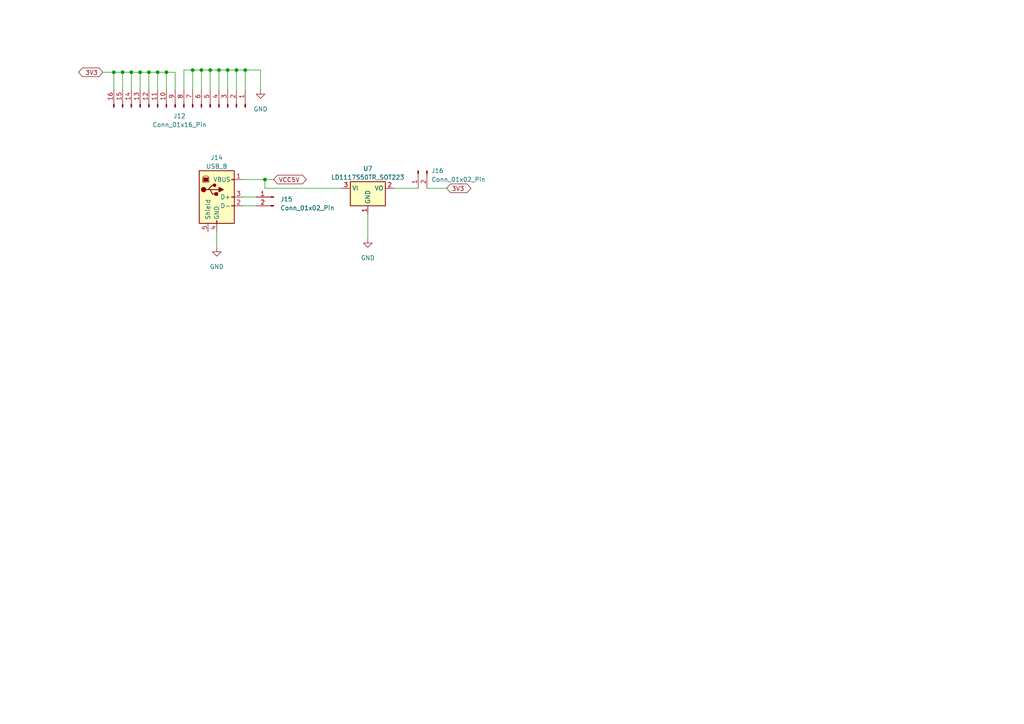
<source format=kicad_sch>
(kicad_sch (version 20230121) (generator eeschema)

  (uuid 408a638b-a6d3-40da-a174-b00d5b15dce2)

  (paper "A4")

  (lib_symbols
    (symbol "Connector:Conn_01x02_Pin" (pin_names (offset 1.016) hide) (in_bom yes) (on_board yes)
      (property "Reference" "J" (at 0 2.54 0)
        (effects (font (size 1.27 1.27)))
      )
      (property "Value" "Conn_01x02_Pin" (at 0 -5.08 0)
        (effects (font (size 1.27 1.27)))
      )
      (property "Footprint" "" (at 0 0 0)
        (effects (font (size 1.27 1.27)) hide)
      )
      (property "Datasheet" "~" (at 0 0 0)
        (effects (font (size 1.27 1.27)) hide)
      )
      (property "ki_locked" "" (at 0 0 0)
        (effects (font (size 1.27 1.27)))
      )
      (property "ki_keywords" "connector" (at 0 0 0)
        (effects (font (size 1.27 1.27)) hide)
      )
      (property "ki_description" "Generic connector, single row, 01x02, script generated" (at 0 0 0)
        (effects (font (size 1.27 1.27)) hide)
      )
      (property "ki_fp_filters" "Connector*:*_1x??_*" (at 0 0 0)
        (effects (font (size 1.27 1.27)) hide)
      )
      (symbol "Conn_01x02_Pin_1_1"
        (polyline
          (pts
            (xy 1.27 -2.54)
            (xy 0.8636 -2.54)
          )
          (stroke (width 0.1524) (type default))
          (fill (type none))
        )
        (polyline
          (pts
            (xy 1.27 0)
            (xy 0.8636 0)
          )
          (stroke (width 0.1524) (type default))
          (fill (type none))
        )
        (rectangle (start 0.8636 -2.413) (end 0 -2.667)
          (stroke (width 0.1524) (type default))
          (fill (type outline))
        )
        (rectangle (start 0.8636 0.127) (end 0 -0.127)
          (stroke (width 0.1524) (type default))
          (fill (type outline))
        )
        (pin passive line (at 5.08 0 180) (length 3.81)
          (name "Pin_1" (effects (font (size 1.27 1.27))))
          (number "1" (effects (font (size 1.27 1.27))))
        )
        (pin passive line (at 5.08 -2.54 180) (length 3.81)
          (name "Pin_2" (effects (font (size 1.27 1.27))))
          (number "2" (effects (font (size 1.27 1.27))))
        )
      )
    )
    (symbol "Connector:Conn_01x16_Pin" (pin_names (offset 1.016) hide) (in_bom yes) (on_board yes)
      (property "Reference" "J" (at 0 20.32 0)
        (effects (font (size 1.27 1.27)))
      )
      (property "Value" "Conn_01x16_Pin" (at 0 -22.86 0)
        (effects (font (size 1.27 1.27)))
      )
      (property "Footprint" "" (at 0 0 0)
        (effects (font (size 1.27 1.27)) hide)
      )
      (property "Datasheet" "~" (at 0 0 0)
        (effects (font (size 1.27 1.27)) hide)
      )
      (property "ki_locked" "" (at 0 0 0)
        (effects (font (size 1.27 1.27)))
      )
      (property "ki_keywords" "connector" (at 0 0 0)
        (effects (font (size 1.27 1.27)) hide)
      )
      (property "ki_description" "Generic connector, single row, 01x16, script generated" (at 0 0 0)
        (effects (font (size 1.27 1.27)) hide)
      )
      (property "ki_fp_filters" "Connector*:*_1x??_*" (at 0 0 0)
        (effects (font (size 1.27 1.27)) hide)
      )
      (symbol "Conn_01x16_Pin_1_1"
        (polyline
          (pts
            (xy 1.27 -20.32)
            (xy 0.8636 -20.32)
          )
          (stroke (width 0.1524) (type default))
          (fill (type none))
        )
        (polyline
          (pts
            (xy 1.27 -17.78)
            (xy 0.8636 -17.78)
          )
          (stroke (width 0.1524) (type default))
          (fill (type none))
        )
        (polyline
          (pts
            (xy 1.27 -15.24)
            (xy 0.8636 -15.24)
          )
          (stroke (width 0.1524) (type default))
          (fill (type none))
        )
        (polyline
          (pts
            (xy 1.27 -12.7)
            (xy 0.8636 -12.7)
          )
          (stroke (width 0.1524) (type default))
          (fill (type none))
        )
        (polyline
          (pts
            (xy 1.27 -10.16)
            (xy 0.8636 -10.16)
          )
          (stroke (width 0.1524) (type default))
          (fill (type none))
        )
        (polyline
          (pts
            (xy 1.27 -7.62)
            (xy 0.8636 -7.62)
          )
          (stroke (width 0.1524) (type default))
          (fill (type none))
        )
        (polyline
          (pts
            (xy 1.27 -5.08)
            (xy 0.8636 -5.08)
          )
          (stroke (width 0.1524) (type default))
          (fill (type none))
        )
        (polyline
          (pts
            (xy 1.27 -2.54)
            (xy 0.8636 -2.54)
          )
          (stroke (width 0.1524) (type default))
          (fill (type none))
        )
        (polyline
          (pts
            (xy 1.27 0)
            (xy 0.8636 0)
          )
          (stroke (width 0.1524) (type default))
          (fill (type none))
        )
        (polyline
          (pts
            (xy 1.27 2.54)
            (xy 0.8636 2.54)
          )
          (stroke (width 0.1524) (type default))
          (fill (type none))
        )
        (polyline
          (pts
            (xy 1.27 5.08)
            (xy 0.8636 5.08)
          )
          (stroke (width 0.1524) (type default))
          (fill (type none))
        )
        (polyline
          (pts
            (xy 1.27 7.62)
            (xy 0.8636 7.62)
          )
          (stroke (width 0.1524) (type default))
          (fill (type none))
        )
        (polyline
          (pts
            (xy 1.27 10.16)
            (xy 0.8636 10.16)
          )
          (stroke (width 0.1524) (type default))
          (fill (type none))
        )
        (polyline
          (pts
            (xy 1.27 12.7)
            (xy 0.8636 12.7)
          )
          (stroke (width 0.1524) (type default))
          (fill (type none))
        )
        (polyline
          (pts
            (xy 1.27 15.24)
            (xy 0.8636 15.24)
          )
          (stroke (width 0.1524) (type default))
          (fill (type none))
        )
        (polyline
          (pts
            (xy 1.27 17.78)
            (xy 0.8636 17.78)
          )
          (stroke (width 0.1524) (type default))
          (fill (type none))
        )
        (rectangle (start 0.8636 -20.193) (end 0 -20.447)
          (stroke (width 0.1524) (type default))
          (fill (type outline))
        )
        (rectangle (start 0.8636 -17.653) (end 0 -17.907)
          (stroke (width 0.1524) (type default))
          (fill (type outline))
        )
        (rectangle (start 0.8636 -15.113) (end 0 -15.367)
          (stroke (width 0.1524) (type default))
          (fill (type outline))
        )
        (rectangle (start 0.8636 -12.573) (end 0 -12.827)
          (stroke (width 0.1524) (type default))
          (fill (type outline))
        )
        (rectangle (start 0.8636 -10.033) (end 0 -10.287)
          (stroke (width 0.1524) (type default))
          (fill (type outline))
        )
        (rectangle (start 0.8636 -7.493) (end 0 -7.747)
          (stroke (width 0.1524) (type default))
          (fill (type outline))
        )
        (rectangle (start 0.8636 -4.953) (end 0 -5.207)
          (stroke (width 0.1524) (type default))
          (fill (type outline))
        )
        (rectangle (start 0.8636 -2.413) (end 0 -2.667)
          (stroke (width 0.1524) (type default))
          (fill (type outline))
        )
        (rectangle (start 0.8636 0.127) (end 0 -0.127)
          (stroke (width 0.1524) (type default))
          (fill (type outline))
        )
        (rectangle (start 0.8636 2.667) (end 0 2.413)
          (stroke (width 0.1524) (type default))
          (fill (type outline))
        )
        (rectangle (start 0.8636 5.207) (end 0 4.953)
          (stroke (width 0.1524) (type default))
          (fill (type outline))
        )
        (rectangle (start 0.8636 7.747) (end 0 7.493)
          (stroke (width 0.1524) (type default))
          (fill (type outline))
        )
        (rectangle (start 0.8636 10.287) (end 0 10.033)
          (stroke (width 0.1524) (type default))
          (fill (type outline))
        )
        (rectangle (start 0.8636 12.827) (end 0 12.573)
          (stroke (width 0.1524) (type default))
          (fill (type outline))
        )
        (rectangle (start 0.8636 15.367) (end 0 15.113)
          (stroke (width 0.1524) (type default))
          (fill (type outline))
        )
        (rectangle (start 0.8636 17.907) (end 0 17.653)
          (stroke (width 0.1524) (type default))
          (fill (type outline))
        )
        (pin passive line (at 5.08 17.78 180) (length 3.81)
          (name "Pin_1" (effects (font (size 1.27 1.27))))
          (number "1" (effects (font (size 1.27 1.27))))
        )
        (pin passive line (at 5.08 -5.08 180) (length 3.81)
          (name "Pin_10" (effects (font (size 1.27 1.27))))
          (number "10" (effects (font (size 1.27 1.27))))
        )
        (pin passive line (at 5.08 -7.62 180) (length 3.81)
          (name "Pin_11" (effects (font (size 1.27 1.27))))
          (number "11" (effects (font (size 1.27 1.27))))
        )
        (pin passive line (at 5.08 -10.16 180) (length 3.81)
          (name "Pin_12" (effects (font (size 1.27 1.27))))
          (number "12" (effects (font (size 1.27 1.27))))
        )
        (pin passive line (at 5.08 -12.7 180) (length 3.81)
          (name "Pin_13" (effects (font (size 1.27 1.27))))
          (number "13" (effects (font (size 1.27 1.27))))
        )
        (pin passive line (at 5.08 -15.24 180) (length 3.81)
          (name "Pin_14" (effects (font (size 1.27 1.27))))
          (number "14" (effects (font (size 1.27 1.27))))
        )
        (pin passive line (at 5.08 -17.78 180) (length 3.81)
          (name "Pin_15" (effects (font (size 1.27 1.27))))
          (number "15" (effects (font (size 1.27 1.27))))
        )
        (pin passive line (at 5.08 -20.32 180) (length 3.81)
          (name "Pin_16" (effects (font (size 1.27 1.27))))
          (number "16" (effects (font (size 1.27 1.27))))
        )
        (pin passive line (at 5.08 15.24 180) (length 3.81)
          (name "Pin_2" (effects (font (size 1.27 1.27))))
          (number "2" (effects (font (size 1.27 1.27))))
        )
        (pin passive line (at 5.08 12.7 180) (length 3.81)
          (name "Pin_3" (effects (font (size 1.27 1.27))))
          (number "3" (effects (font (size 1.27 1.27))))
        )
        (pin passive line (at 5.08 10.16 180) (length 3.81)
          (name "Pin_4" (effects (font (size 1.27 1.27))))
          (number "4" (effects (font (size 1.27 1.27))))
        )
        (pin passive line (at 5.08 7.62 180) (length 3.81)
          (name "Pin_5" (effects (font (size 1.27 1.27))))
          (number "5" (effects (font (size 1.27 1.27))))
        )
        (pin passive line (at 5.08 5.08 180) (length 3.81)
          (name "Pin_6" (effects (font (size 1.27 1.27))))
          (number "6" (effects (font (size 1.27 1.27))))
        )
        (pin passive line (at 5.08 2.54 180) (length 3.81)
          (name "Pin_7" (effects (font (size 1.27 1.27))))
          (number "7" (effects (font (size 1.27 1.27))))
        )
        (pin passive line (at 5.08 0 180) (length 3.81)
          (name "Pin_8" (effects (font (size 1.27 1.27))))
          (number "8" (effects (font (size 1.27 1.27))))
        )
        (pin passive line (at 5.08 -2.54 180) (length 3.81)
          (name "Pin_9" (effects (font (size 1.27 1.27))))
          (number "9" (effects (font (size 1.27 1.27))))
        )
      )
    )
    (symbol "Connector:USB_B" (pin_names (offset 1.016)) (in_bom yes) (on_board yes)
      (property "Reference" "J" (at -5.08 11.43 0)
        (effects (font (size 1.27 1.27)) (justify left))
      )
      (property "Value" "USB_B" (at -5.08 8.89 0)
        (effects (font (size 1.27 1.27)) (justify left))
      )
      (property "Footprint" "" (at 3.81 -1.27 0)
        (effects (font (size 1.27 1.27)) hide)
      )
      (property "Datasheet" " ~" (at 3.81 -1.27 0)
        (effects (font (size 1.27 1.27)) hide)
      )
      (property "ki_keywords" "connector USB" (at 0 0 0)
        (effects (font (size 1.27 1.27)) hide)
      )
      (property "ki_description" "USB Type B connector" (at 0 0 0)
        (effects (font (size 1.27 1.27)) hide)
      )
      (property "ki_fp_filters" "USB*" (at 0 0 0)
        (effects (font (size 1.27 1.27)) hide)
      )
      (symbol "USB_B_0_1"
        (rectangle (start -5.08 -7.62) (end 5.08 7.62)
          (stroke (width 0.254) (type default))
          (fill (type background))
        )
        (circle (center -3.81 2.159) (radius 0.635)
          (stroke (width 0.254) (type default))
          (fill (type outline))
        )
        (rectangle (start -3.81 5.588) (end -2.54 4.572)
          (stroke (width 0) (type default))
          (fill (type outline))
        )
        (circle (center -0.635 3.429) (radius 0.381)
          (stroke (width 0.254) (type default))
          (fill (type outline))
        )
        (rectangle (start -0.127 -7.62) (end 0.127 -6.858)
          (stroke (width 0) (type default))
          (fill (type none))
        )
        (polyline
          (pts
            (xy -1.905 2.159)
            (xy 0.635 2.159)
          )
          (stroke (width 0.254) (type default))
          (fill (type none))
        )
        (polyline
          (pts
            (xy -3.175 2.159)
            (xy -2.54 2.159)
            (xy -1.27 3.429)
            (xy -0.635 3.429)
          )
          (stroke (width 0.254) (type default))
          (fill (type none))
        )
        (polyline
          (pts
            (xy -2.54 2.159)
            (xy -1.905 2.159)
            (xy -1.27 0.889)
            (xy 0 0.889)
          )
          (stroke (width 0.254) (type default))
          (fill (type none))
        )
        (polyline
          (pts
            (xy 0.635 2.794)
            (xy 0.635 1.524)
            (xy 1.905 2.159)
            (xy 0.635 2.794)
          )
          (stroke (width 0.254) (type default))
          (fill (type outline))
        )
        (polyline
          (pts
            (xy -4.064 4.318)
            (xy -2.286 4.318)
            (xy -2.286 5.715)
            (xy -2.667 6.096)
            (xy -3.683 6.096)
            (xy -4.064 5.715)
            (xy -4.064 4.318)
          )
          (stroke (width 0) (type default))
          (fill (type none))
        )
        (rectangle (start 0.254 1.27) (end -0.508 0.508)
          (stroke (width 0.254) (type default))
          (fill (type outline))
        )
        (rectangle (start 5.08 -2.667) (end 4.318 -2.413)
          (stroke (width 0) (type default))
          (fill (type none))
        )
        (rectangle (start 5.08 -0.127) (end 4.318 0.127)
          (stroke (width 0) (type default))
          (fill (type none))
        )
        (rectangle (start 5.08 4.953) (end 4.318 5.207)
          (stroke (width 0) (type default))
          (fill (type none))
        )
      )
      (symbol "USB_B_1_1"
        (pin power_out line (at 7.62 5.08 180) (length 2.54)
          (name "VBUS" (effects (font (size 1.27 1.27))))
          (number "1" (effects (font (size 1.27 1.27))))
        )
        (pin bidirectional line (at 7.62 -2.54 180) (length 2.54)
          (name "D-" (effects (font (size 1.27 1.27))))
          (number "2" (effects (font (size 1.27 1.27))))
        )
        (pin bidirectional line (at 7.62 0 180) (length 2.54)
          (name "D+" (effects (font (size 1.27 1.27))))
          (number "3" (effects (font (size 1.27 1.27))))
        )
        (pin power_out line (at 0 -10.16 90) (length 2.54)
          (name "GND" (effects (font (size 1.27 1.27))))
          (number "4" (effects (font (size 1.27 1.27))))
        )
        (pin passive line (at -2.54 -10.16 90) (length 2.54)
          (name "Shield" (effects (font (size 1.27 1.27))))
          (number "5" (effects (font (size 1.27 1.27))))
        )
      )
    )
    (symbol "Regulator_Linear:LD1117S50TR_SOT223" (in_bom yes) (on_board yes)
      (property "Reference" "U" (at -3.81 3.175 0)
        (effects (font (size 1.27 1.27)))
      )
      (property "Value" "LD1117S50TR_SOT223" (at 0 3.175 0)
        (effects (font (size 1.27 1.27)) (justify left))
      )
      (property "Footprint" "Package_TO_SOT_SMD:SOT-223-3_TabPin2" (at 0 5.08 0)
        (effects (font (size 1.27 1.27)) hide)
      )
      (property "Datasheet" "http://www.st.com/st-web-ui/static/active/en/resource/technical/document/datasheet/CD00000544.pdf" (at 2.54 -6.35 0)
        (effects (font (size 1.27 1.27)) hide)
      )
      (property "ki_keywords" "REGULATOR LDO 5.0V" (at 0 0 0)
        (effects (font (size 1.27 1.27)) hide)
      )
      (property "ki_description" "800mA Fixed Low Drop Positive Voltage Regulator, Fixed Output 5.0V, SOT-223" (at 0 0 0)
        (effects (font (size 1.27 1.27)) hide)
      )
      (property "ki_fp_filters" "SOT?223*TabPin2*" (at 0 0 0)
        (effects (font (size 1.27 1.27)) hide)
      )
      (symbol "LD1117S50TR_SOT223_0_1"
        (rectangle (start -5.08 -5.08) (end 5.08 1.905)
          (stroke (width 0.254) (type default))
          (fill (type background))
        )
      )
      (symbol "LD1117S50TR_SOT223_1_1"
        (pin power_in line (at 0 -7.62 90) (length 2.54)
          (name "GND" (effects (font (size 1.27 1.27))))
          (number "1" (effects (font (size 1.27 1.27))))
        )
        (pin power_out line (at 7.62 0 180) (length 2.54)
          (name "VO" (effects (font (size 1.27 1.27))))
          (number "2" (effects (font (size 1.27 1.27))))
        )
        (pin power_in line (at -7.62 0 0) (length 2.54)
          (name "VI" (effects (font (size 1.27 1.27))))
          (number "3" (effects (font (size 1.27 1.27))))
        )
      )
    )
    (symbol "power:GND" (power) (pin_names (offset 0)) (in_bom yes) (on_board yes)
      (property "Reference" "#PWR" (at 0 -6.35 0)
        (effects (font (size 1.27 1.27)) hide)
      )
      (property "Value" "GND" (at 0 -3.81 0)
        (effects (font (size 1.27 1.27)))
      )
      (property "Footprint" "" (at 0 0 0)
        (effects (font (size 1.27 1.27)) hide)
      )
      (property "Datasheet" "" (at 0 0 0)
        (effects (font (size 1.27 1.27)) hide)
      )
      (property "ki_keywords" "global power" (at 0 0 0)
        (effects (font (size 1.27 1.27)) hide)
      )
      (property "ki_description" "Power symbol creates a global label with name \"GND\" , ground" (at 0 0 0)
        (effects (font (size 1.27 1.27)) hide)
      )
      (symbol "GND_0_1"
        (polyline
          (pts
            (xy 0 0)
            (xy 0 -1.27)
            (xy 1.27 -1.27)
            (xy 0 -2.54)
            (xy -1.27 -1.27)
            (xy 0 -1.27)
          )
          (stroke (width 0) (type default))
          (fill (type none))
        )
      )
      (symbol "GND_1_1"
        (pin power_in line (at 0 0 270) (length 0) hide
          (name "GND" (effects (font (size 1.27 1.27))))
          (number "1" (effects (font (size 1.27 1.27))))
        )
      )
    )
  )

  (junction (at 55.88 20.32) (diameter 0) (color 0 0 0 0)
    (uuid 0fb21ce8-498b-4fdd-901f-21f599846089)
  )
  (junction (at 43.18 20.955) (diameter 0) (color 0 0 0 0)
    (uuid 149c7503-b0b4-4d1b-8408-72ecf9a38e91)
  )
  (junction (at 38.1 20.955) (diameter 0) (color 0 0 0 0)
    (uuid 3e8936d0-dbe5-409f-b85e-6924451c2ce7)
  )
  (junction (at 58.42 20.32) (diameter 0) (color 0 0 0 0)
    (uuid 4eaaaa18-32d9-4d76-9648-031a2db5e782)
  )
  (junction (at 35.56 20.955) (diameter 0) (color 0 0 0 0)
    (uuid 526437f2-8fd8-4403-93f3-d0a204fd47ca)
  )
  (junction (at 68.58 20.32) (diameter 0) (color 0 0 0 0)
    (uuid 5c894b71-2456-41ef-95cc-7da8a477aeeb)
  )
  (junction (at 60.96 20.32) (diameter 0) (color 0 0 0 0)
    (uuid 5d6e066e-328c-41ce-b5a8-395d4c55960a)
  )
  (junction (at 76.835 52.07) (diameter 0) (color 0 0 0 0)
    (uuid 6801ad55-bf53-4242-a040-50f3feab8e75)
  )
  (junction (at 45.72 20.955) (diameter 0) (color 0 0 0 0)
    (uuid 6b7e59ee-b54f-44e0-8813-64e683203722)
  )
  (junction (at 40.64 20.955) (diameter 0) (color 0 0 0 0)
    (uuid 6edaf87a-8d1c-486d-b14a-b45310714e4d)
  )
  (junction (at 48.26 20.955) (diameter 0) (color 0 0 0 0)
    (uuid c59f05b8-0bf9-40eb-8843-2475a18b03c0)
  )
  (junction (at 66.04 20.32) (diameter 0) (color 0 0 0 0)
    (uuid d17bb5a7-ffb6-457b-a7c6-498f6e410629)
  )
  (junction (at 63.5 20.32) (diameter 0) (color 0 0 0 0)
    (uuid d7fa43bc-5ae6-490d-8907-b64c1cb81b45)
  )
  (junction (at 33.02 20.955) (diameter 0) (color 0 0 0 0)
    (uuid e961cd5d-b281-421d-9d5d-d9bb5edbe4d4)
  )
  (junction (at 71.12 20.32) (diameter 0) (color 0 0 0 0)
    (uuid f3c1b25d-a9f6-484a-9925-5ea942f39243)
  )

  (wire (pts (xy 40.64 20.955) (xy 43.18 20.955))
    (stroke (width 0) (type default))
    (uuid 00c9e954-0642-4018-ab66-66c43caa3c0a)
  )
  (wire (pts (xy 71.12 20.32) (xy 75.565 20.32))
    (stroke (width 0) (type default))
    (uuid 071f8df7-025f-44ea-b40a-c965e72f98ea)
  )
  (wire (pts (xy 48.26 20.955) (xy 50.8 20.955))
    (stroke (width 0) (type default))
    (uuid 07defae6-3dca-4832-9857-54e02af6daba)
  )
  (wire (pts (xy 76.835 54.61) (xy 76.835 52.07))
    (stroke (width 0) (type default))
    (uuid 118893b4-093c-44ed-828e-b7e63f4ace35)
  )
  (wire (pts (xy 53.34 20.32) (xy 53.34 26.035))
    (stroke (width 0) (type default))
    (uuid 121d7d6e-3751-48b5-8d9c-86d8c52c783a)
  )
  (wire (pts (xy 70.485 57.15) (xy 74.295 57.15))
    (stroke (width 0) (type default))
    (uuid 15f2ea35-253c-44c2-ae07-17f295504b75)
  )
  (wire (pts (xy 114.3 54.61) (xy 121.285 54.61))
    (stroke (width 0) (type default))
    (uuid 167bca9f-a53a-499d-9cd0-65b14146088f)
  )
  (wire (pts (xy 53.34 20.32) (xy 55.88 20.32))
    (stroke (width 0) (type default))
    (uuid 18c5fde6-79ab-45aa-a1fc-4183c47eda9f)
  )
  (wire (pts (xy 45.72 20.955) (xy 48.26 20.955))
    (stroke (width 0) (type default))
    (uuid 19db8322-54a3-4104-ad28-d84b9f943395)
  )
  (wire (pts (xy 66.04 20.32) (xy 68.58 20.32))
    (stroke (width 0) (type default))
    (uuid 27f52b0a-bc03-4276-b649-8ff6f2250593)
  )
  (wire (pts (xy 75.565 26.035) (xy 75.565 20.32))
    (stroke (width 0) (type default))
    (uuid 369e422e-28cd-4fd4-8332-f507b55beae9)
  )
  (wire (pts (xy 55.88 20.32) (xy 58.42 20.32))
    (stroke (width 0) (type default))
    (uuid 3cc30bcf-a957-4b1e-811c-542a3e3a3c4c)
  )
  (wire (pts (xy 38.1 26.035) (xy 38.1 20.955))
    (stroke (width 0) (type default))
    (uuid 427cfded-46a8-4518-96a0-c24b8334655a)
  )
  (wire (pts (xy 43.18 20.955) (xy 45.72 20.955))
    (stroke (width 0) (type default))
    (uuid 43437470-5fbb-4e71-a179-3919ba74eea4)
  )
  (wire (pts (xy 68.58 20.32) (xy 68.58 26.035))
    (stroke (width 0) (type default))
    (uuid 49fc06f8-3449-4637-bec2-5bea036c244a)
  )
  (wire (pts (xy 99.06 54.61) (xy 76.835 54.61))
    (stroke (width 0) (type default))
    (uuid 4a8568e4-eba7-4c76-b3ac-443e114efccd)
  )
  (wire (pts (xy 70.485 52.07) (xy 76.835 52.07))
    (stroke (width 0) (type default))
    (uuid 4e3efc24-2ae5-4eeb-9a34-4ef03f31b9c5)
  )
  (wire (pts (xy 55.88 26.035) (xy 55.88 20.32))
    (stroke (width 0) (type default))
    (uuid 507589c0-fa43-4cb3-8b42-8acf89514658)
  )
  (wire (pts (xy 33.02 20.955) (xy 35.56 20.955))
    (stroke (width 0) (type default))
    (uuid 55495e6a-b888-4d51-a1f3-59b18947f321)
  )
  (wire (pts (xy 29.845 20.955) (xy 33.02 20.955))
    (stroke (width 0) (type default))
    (uuid 6176044a-f238-4c89-9c36-d125b7bd5122)
  )
  (wire (pts (xy 33.02 26.035) (xy 33.02 20.955))
    (stroke (width 0) (type default))
    (uuid 61cb7306-7215-4177-97e5-5290d73fdb82)
  )
  (wire (pts (xy 71.12 20.32) (xy 71.12 26.035))
    (stroke (width 0) (type default))
    (uuid 74afc313-cf77-4ce7-8e48-dc6f1d9c69b6)
  )
  (wire (pts (xy 63.5 26.035) (xy 63.5 20.32))
    (stroke (width 0) (type default))
    (uuid 760a2670-87f7-4ca0-a648-4b99ac9105eb)
  )
  (wire (pts (xy 35.56 20.955) (xy 38.1 20.955))
    (stroke (width 0) (type default))
    (uuid 77268150-1d18-46a0-89a8-64775cf44481)
  )
  (wire (pts (xy 58.42 20.32) (xy 60.96 20.32))
    (stroke (width 0) (type default))
    (uuid 7cbf7715-f534-45db-a403-3297b7fbc0ed)
  )
  (wire (pts (xy 70.485 59.69) (xy 74.295 59.69))
    (stroke (width 0) (type default))
    (uuid 83c62f02-51dd-4a30-8224-26e4ca4b3251)
  )
  (wire (pts (xy 106.68 62.23) (xy 106.68 69.215))
    (stroke (width 0) (type default))
    (uuid 8820b114-d3a9-426d-bcf1-fe5163cef85e)
  )
  (wire (pts (xy 38.1 20.955) (xy 40.64 20.955))
    (stroke (width 0) (type default))
    (uuid 887a7a42-d00b-4ab0-9adf-e453a8eb1f73)
  )
  (wire (pts (xy 63.5 20.32) (xy 66.04 20.32))
    (stroke (width 0) (type default))
    (uuid 91398d67-d0fd-4d6d-8a30-87fa0960cc36)
  )
  (wire (pts (xy 48.26 20.955) (xy 48.26 26.035))
    (stroke (width 0) (type default))
    (uuid 96c46ecf-4117-436b-ba88-b33a75513b7a)
  )
  (wire (pts (xy 60.96 20.32) (xy 63.5 20.32))
    (stroke (width 0) (type default))
    (uuid 9874b9d4-a65d-4abc-917f-308e29bfd350)
  )
  (wire (pts (xy 123.825 54.61) (xy 129.54 54.61))
    (stroke (width 0) (type default))
    (uuid 9ed457b4-e702-4e1f-8c0e-8005bf7a506c)
  )
  (wire (pts (xy 50.8 20.955) (xy 50.8 26.035))
    (stroke (width 0) (type default))
    (uuid abca7b64-5eec-428b-8597-3dd67e93f9a9)
  )
  (wire (pts (xy 66.04 20.32) (xy 66.04 26.035))
    (stroke (width 0) (type default))
    (uuid ac7b83cd-ab4b-46f5-b96b-0bd8c9a84597)
  )
  (wire (pts (xy 43.18 20.955) (xy 43.18 26.035))
    (stroke (width 0) (type default))
    (uuid b34b3d1f-2382-460f-b3c5-89dedaa2af98)
  )
  (wire (pts (xy 45.72 20.955) (xy 45.72 26.035))
    (stroke (width 0) (type default))
    (uuid bb9adcfb-1c73-4722-9ade-e8b01278a4da)
  )
  (wire (pts (xy 76.835 52.07) (xy 79.375 52.07))
    (stroke (width 0) (type default))
    (uuid c145393a-2d28-4aba-998c-4315cb2b348e)
  )
  (wire (pts (xy 58.42 26.035) (xy 58.42 20.32))
    (stroke (width 0) (type default))
    (uuid cd5af1a2-dcfb-4ad6-b34d-0a475bf520f2)
  )
  (wire (pts (xy 40.64 20.955) (xy 40.64 26.035))
    (stroke (width 0) (type default))
    (uuid d9dc6681-c7eb-4a0e-960c-b59e75eeb989)
  )
  (wire (pts (xy 62.865 67.31) (xy 62.865 71.755))
    (stroke (width 0) (type default))
    (uuid deecff56-97a5-4c43-aa69-84e4896d3fea)
  )
  (wire (pts (xy 68.58 20.32) (xy 71.12 20.32))
    (stroke (width 0) (type default))
    (uuid e8c2f04e-6306-4b0e-b945-755ea6cdc5b7)
  )
  (wire (pts (xy 60.96 20.32) (xy 60.96 26.035))
    (stroke (width 0) (type default))
    (uuid e9de4937-5fda-4cec-bf2e-8b9b364576d6)
  )
  (wire (pts (xy 35.56 26.035) (xy 35.56 20.955))
    (stroke (width 0) (type default))
    (uuid f2c881d1-04dc-49aa-b9c3-2e7c3b4e16fc)
  )

  (global_label "3V3" (shape bidirectional) (at 29.845 20.955 180) (fields_autoplaced)
    (effects (font (size 1.27 1.27)) (justify right))
    (uuid 94b4791d-76a3-4085-920d-3a545361b3fd)
    (property "Intersheetrefs" "${INTERSHEET_REFS}" (at 22.3203 20.955 0)
      (effects (font (size 1.27 1.27)) (justify right) hide)
    )
  )
  (global_label "VCC5V" (shape bidirectional) (at 79.375 52.07 0) (fields_autoplaced)
    (effects (font (size 1.27 1.27)) (justify left))
    (uuid a5952249-3857-49aa-b1d8-5429a06cfaca)
    (property "Intersheetrefs" "${INTERSHEET_REFS}" (at 89.3188 52.07 0)
      (effects (font (size 1.27 1.27)) (justify left) hide)
    )
  )
  (global_label "3V3" (shape bidirectional) (at 129.54 54.61 0) (fields_autoplaced)
    (effects (font (size 1.27 1.27)) (justify left))
    (uuid f90ced4e-1808-40e6-b733-5fcd9ad8245a)
    (property "Intersheetrefs" "${INTERSHEET_REFS}" (at 137.0647 54.61 0)
      (effects (font (size 1.27 1.27)) (justify left) hide)
    )
  )

  (symbol (lib_id "Connector:Conn_01x16_Pin") (at 53.34 31.115 270) (mirror x) (unit 1)
    (in_bom yes) (on_board yes) (dnp no)
    (uuid 29f2f8ad-27eb-4123-a752-d768fc0f6466)
    (property "Reference" "J12" (at 52.07 33.655 90)
      (effects (font (size 1.27 1.27)))
    )
    (property "Value" "Conn_01x16_Pin" (at 52.07 36.195 90)
      (effects (font (size 1.27 1.27)))
    )
    (property "Footprint" "Connector_PinHeader_1.27mm:PinHeader_1x16_P1.27mm_Vertical" (at 53.34 31.115 0)
      (effects (font (size 1.27 1.27)) hide)
    )
    (property "Datasheet" "~" (at 53.34 31.115 0)
      (effects (font (size 1.27 1.27)) hide)
    )
    (pin "1" (uuid 2f6f8c60-9535-4dcd-a11d-d49ed19e5cdb))
    (pin "10" (uuid 89b2bdb2-6e3d-4e8d-9fda-1fe218703999))
    (pin "11" (uuid 4a9327de-a8e5-47a3-9dbe-fb58cc1426b1))
    (pin "12" (uuid 5f8a0192-1d49-4041-8c13-aeaee704e75d))
    (pin "13" (uuid 0dbb4083-95d6-4792-bf86-01f6df1911c9))
    (pin "14" (uuid 3c59dec7-8ebc-4ad6-9fa3-1f242b53dc41))
    (pin "15" (uuid d970f63e-f621-48fd-ba06-c7f27595fbec))
    (pin "16" (uuid e7deb267-48d7-49ee-b427-83b7e0e12981))
    (pin "2" (uuid f2f9990f-e972-4e8c-877a-0395bbc11a1b))
    (pin "3" (uuid 643c9d00-512d-42c3-9c1a-2490e1b0e305))
    (pin "4" (uuid d46bbcf6-d4db-4e80-8e60-4c9379e6eaa0))
    (pin "5" (uuid 7f2d2273-fccb-46eb-9665-d3a648e54a80))
    (pin "6" (uuid 152400a0-5ead-48ee-9bef-73da7b79162e))
    (pin "7" (uuid 63d7c994-3517-4e4d-b953-c62110960f9b))
    (pin "8" (uuid 68128021-9dab-4722-af5c-85e6e9b8dbf6))
    (pin "9" (uuid 3e0597a8-12af-43cf-85aa-585b317a7452))
    (instances
      (project "SimpleLattice"
        (path "/14edb605-1834-4cad-ad76-dcabae15d086"
          (reference "J12") (unit 1)
        )
        (path "/14edb605-1834-4cad-ad76-dcabae15d086/e1213715-1494-40bc-94c2-8c7bfa928eff"
          (reference "J13") (unit 1)
        )
      )
    )
  )

  (symbol (lib_id "Connector:Conn_01x02_Pin") (at 79.375 57.15 0) (mirror y) (unit 1)
    (in_bom yes) (on_board yes) (dnp no) (fields_autoplaced)
    (uuid 3f5c9306-9b19-4d71-b36e-b4d365684665)
    (property "Reference" "J15" (at 81.28 57.785 0)
      (effects (font (size 1.27 1.27)) (justify right))
    )
    (property "Value" "Conn_01x02_Pin" (at 81.28 60.325 0)
      (effects (font (size 1.27 1.27)) (justify right))
    )
    (property "Footprint" "Connector_PinHeader_1.27mm:PinHeader_1x02_P1.27mm_Vertical" (at 79.375 57.15 0)
      (effects (font (size 1.27 1.27)) hide)
    )
    (property "Datasheet" "~" (at 79.375 57.15 0)
      (effects (font (size 1.27 1.27)) hide)
    )
    (pin "1" (uuid 54d9e568-7552-4424-901b-52f7e9557a53))
    (pin "2" (uuid f9265c8e-9aad-4b7c-a799-bb8c60af3316))
    (instances
      (project "SimpleLattice"
        (path "/14edb605-1834-4cad-ad76-dcabae15d086/e1213715-1494-40bc-94c2-8c7bfa928eff"
          (reference "J15") (unit 1)
        )
      )
    )
  )

  (symbol (lib_id "Connector:USB_B") (at 62.865 57.15 0) (unit 1)
    (in_bom yes) (on_board yes) (dnp no) (fields_autoplaced)
    (uuid 3f83d69b-7869-49fe-b616-de81483fc368)
    (property "Reference" "J14" (at 62.865 45.72 0)
      (effects (font (size 1.27 1.27)))
    )
    (property "Value" "USB_B" (at 62.865 48.26 0)
      (effects (font (size 1.27 1.27)))
    )
    (property "Footprint" "Connector_USB:USB_B_Amphenol_MUSB-D511_Vertical_Rugged" (at 66.675 58.42 0)
      (effects (font (size 1.27 1.27)) hide)
    )
    (property "Datasheet" " ~" (at 66.675 58.42 0)
      (effects (font (size 1.27 1.27)) hide)
    )
    (pin "1" (uuid 63e2ec50-fb99-495b-a377-b8fe476e63bb))
    (pin "2" (uuid 56f1a02a-6faa-49a8-be63-6ded28231cfb))
    (pin "3" (uuid b6753c9c-f149-47e4-a260-111470d6d085))
    (pin "4" (uuid 967715a4-737a-4904-972b-ea2f2b4e8ba9))
    (pin "5" (uuid b37ac6de-8b73-4f22-be0c-e8fc232bfdcb))
    (instances
      (project "SimpleLattice"
        (path "/14edb605-1834-4cad-ad76-dcabae15d086/e1213715-1494-40bc-94c2-8c7bfa928eff"
          (reference "J14") (unit 1)
        )
      )
    )
  )

  (symbol (lib_id "power:GND") (at 106.68 69.215 0) (unit 1)
    (in_bom yes) (on_board yes) (dnp no) (fields_autoplaced)
    (uuid 79bf7c80-42e9-4bde-acfa-b59f6b79892c)
    (property "Reference" "#GND034" (at 106.68 75.565 0)
      (effects (font (size 1.27 1.27)) hide)
    )
    (property "Value" "GND" (at 106.68 74.803 0)
      (effects (font (size 1.27 1.27)))
    )
    (property "Footprint" "" (at 106.68 69.215 0)
      (effects (font (size 1.27 1.27)) hide)
    )
    (property "Datasheet" "" (at 106.68 69.215 0)
      (effects (font (size 1.27 1.27)) hide)
    )
    (pin "1" (uuid f2dcf952-ef89-4372-8469-d3066b1fcaa2))
    (instances
      (project "SimpleLattice"
        (path "/14edb605-1834-4cad-ad76-dcabae15d086"
          (reference "#GND034") (unit 1)
        )
        (path "/14edb605-1834-4cad-ad76-dcabae15d086/e1213715-1494-40bc-94c2-8c7bfa928eff"
          (reference "#GND037") (unit 1)
        )
      )
    )
  )

  (symbol (lib_id "power:GND") (at 62.865 71.755 0) (unit 1)
    (in_bom yes) (on_board yes) (dnp no) (fields_autoplaced)
    (uuid dc2768c9-0ea9-47d6-8dc1-62c7763d8dc3)
    (property "Reference" "#GND034" (at 62.865 78.105 0)
      (effects (font (size 1.27 1.27)) hide)
    )
    (property "Value" "GND" (at 62.865 77.343 0)
      (effects (font (size 1.27 1.27)))
    )
    (property "Footprint" "" (at 62.865 71.755 0)
      (effects (font (size 1.27 1.27)) hide)
    )
    (property "Datasheet" "" (at 62.865 71.755 0)
      (effects (font (size 1.27 1.27)) hide)
    )
    (pin "1" (uuid be088e79-04b6-46dc-bf52-623b6b9b9119))
    (instances
      (project "SimpleLattice"
        (path "/14edb605-1834-4cad-ad76-dcabae15d086"
          (reference "#GND034") (unit 1)
        )
        (path "/14edb605-1834-4cad-ad76-dcabae15d086/e1213715-1494-40bc-94c2-8c7bfa928eff"
          (reference "#GND036") (unit 1)
        )
      )
    )
  )

  (symbol (lib_id "Connector:Conn_01x02_Pin") (at 121.285 49.53 90) (mirror x) (unit 1)
    (in_bom yes) (on_board yes) (dnp no) (fields_autoplaced)
    (uuid e0122379-349c-4f55-bcb6-db1d14f46820)
    (property "Reference" "J16" (at 125.095 49.53 90)
      (effects (font (size 1.27 1.27)) (justify right))
    )
    (property "Value" "Conn_01x02_Pin" (at 125.095 52.07 90)
      (effects (font (size 1.27 1.27)) (justify right))
    )
    (property "Footprint" "Connector_PinHeader_1.27mm:PinHeader_1x02_P1.27mm_Vertical" (at 121.285 49.53 0)
      (effects (font (size 1.27 1.27)) hide)
    )
    (property "Datasheet" "~" (at 121.285 49.53 0)
      (effects (font (size 1.27 1.27)) hide)
    )
    (pin "1" (uuid 1fe31211-4e46-4eaa-a6f1-dc7fe4866c27))
    (pin "2" (uuid f6af2c3f-fd91-4c5e-bb95-0e3caff5426f))
    (instances
      (project "SimpleLattice"
        (path "/14edb605-1834-4cad-ad76-dcabae15d086/e1213715-1494-40bc-94c2-8c7bfa928eff"
          (reference "J16") (unit 1)
        )
      )
    )
  )

  (symbol (lib_id "power:GND") (at 75.565 26.035 0) (unit 1)
    (in_bom yes) (on_board yes) (dnp no) (fields_autoplaced)
    (uuid e4dd5113-4780-4347-96b9-778f5a307f75)
    (property "Reference" "#GND034" (at 75.565 32.385 0)
      (effects (font (size 1.27 1.27)) hide)
    )
    (property "Value" "GND" (at 75.565 31.623 0)
      (effects (font (size 1.27 1.27)))
    )
    (property "Footprint" "" (at 75.565 26.035 0)
      (effects (font (size 1.27 1.27)) hide)
    )
    (property "Datasheet" "" (at 75.565 26.035 0)
      (effects (font (size 1.27 1.27)) hide)
    )
    (pin "1" (uuid 5ecef473-724d-4f00-84c0-098e759065e3))
    (instances
      (project "SimpleLattice"
        (path "/14edb605-1834-4cad-ad76-dcabae15d086"
          (reference "#GND034") (unit 1)
        )
        (path "/14edb605-1834-4cad-ad76-dcabae15d086/e1213715-1494-40bc-94c2-8c7bfa928eff"
          (reference "#GND035") (unit 1)
        )
      )
    )
  )

  (symbol (lib_id "Regulator_Linear:LD1117S50TR_SOT223") (at 106.68 54.61 0) (unit 1)
    (in_bom yes) (on_board yes) (dnp no) (fields_autoplaced)
    (uuid eeb3f262-c8a4-432e-99e4-d9fd687efe5c)
    (property "Reference" "U7" (at 106.68 48.895 0)
      (effects (font (size 1.27 1.27)))
    )
    (property "Value" "LD1117S50TR_SOT223" (at 106.68 51.435 0)
      (effects (font (size 1.27 1.27)))
    )
    (property "Footprint" "Package_TO_SOT_THT:TO-220-3_Vertical" (at 106.68 49.53 0)
      (effects (font (size 1.27 1.27)) hide)
    )
    (property "Datasheet" "http://www.st.com/st-web-ui/static/active/en/resource/technical/document/datasheet/CD00000544.pdf" (at 109.22 60.96 0)
      (effects (font (size 1.27 1.27)) hide)
    )
    (pin "1" (uuid 48905b93-26d2-4d73-a002-2ec750793e53))
    (pin "2" (uuid 87fc5c58-1ce1-4474-9a34-a06777854c2e))
    (pin "3" (uuid 11e1ab68-64d7-4ac6-88c3-6a33f9083f38))
    (instances
      (project "SimpleLattice"
        (path "/14edb605-1834-4cad-ad76-dcabae15d086/e1213715-1494-40bc-94c2-8c7bfa928eff"
          (reference "U7") (unit 1)
        )
      )
    )
  )
)

</source>
